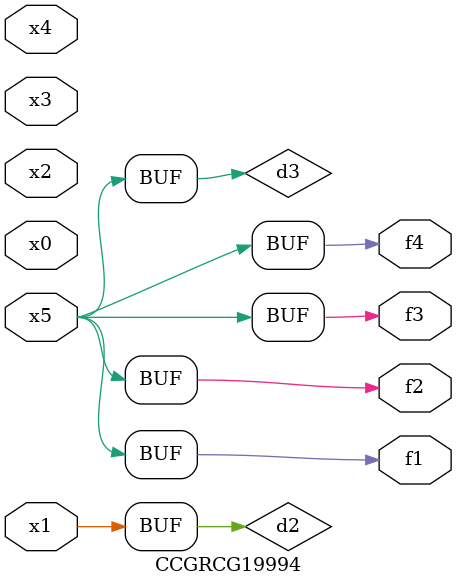
<source format=v>
module CCGRCG19994(
	input x0, x1, x2, x3, x4, x5,
	output f1, f2, f3, f4
);

	wire d1, d2, d3;

	not (d1, x5);
	or (d2, x1);
	xnor (d3, d1);
	assign f1 = d3;
	assign f2 = d3;
	assign f3 = d3;
	assign f4 = d3;
endmodule

</source>
